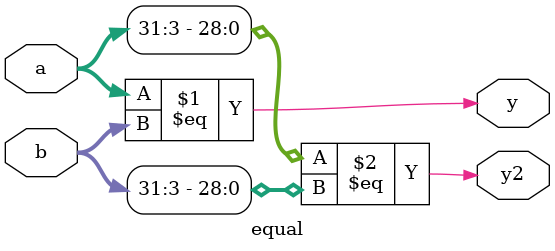
<source format=v>
module equal (
    input [31:0] a,
    input [31:0] b,
    output y,
    output y2
);

    assign y = (a == b);
    assign y2 = (a[31:3] == b[31:3]);

endmodule

</source>
